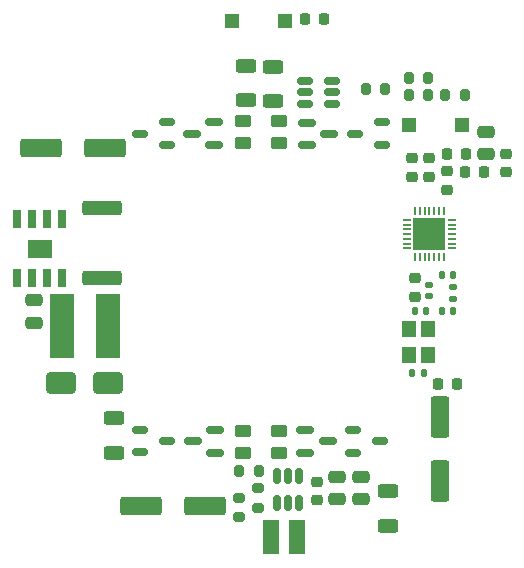
<source format=gbr>
%TF.GenerationSoftware,KiCad,Pcbnew,8.0.1*%
%TF.CreationDate,2025-09-12T21:56:14+04:00*%
%TF.ProjectId,Neopixel_project_v3.0,4e656f70-6978-4656-9c5f-70726f6a6563,v3.0*%
%TF.SameCoordinates,Original*%
%TF.FileFunction,Paste,Top*%
%TF.FilePolarity,Positive*%
%FSLAX46Y46*%
G04 Gerber Fmt 4.6, Leading zero omitted, Abs format (unit mm)*
G04 Created by KiCad (PCBNEW 8.0.1) date 2025-09-12 21:56:14*
%MOMM*%
%LPD*%
G01*
G04 APERTURE LIST*
G04 Aperture macros list*
%AMRoundRect*
0 Rectangle with rounded corners*
0 $1 Rounding radius*
0 $2 $3 $4 $5 $6 $7 $8 $9 X,Y pos of 4 corners*
0 Add a 4 corners polygon primitive as box body*
4,1,4,$2,$3,$4,$5,$6,$7,$8,$9,$2,$3,0*
0 Add four circle primitives for the rounded corners*
1,1,$1+$1,$2,$3*
1,1,$1+$1,$4,$5*
1,1,$1+$1,$6,$7*
1,1,$1+$1,$8,$9*
0 Add four rect primitives between the rounded corners*
20,1,$1+$1,$2,$3,$4,$5,0*
20,1,$1+$1,$4,$5,$6,$7,0*
20,1,$1+$1,$6,$7,$8,$9,0*
20,1,$1+$1,$8,$9,$2,$3,0*%
G04 Aperture macros list end*
%ADD10C,0.000000*%
%ADD11RoundRect,0.200000X0.200000X0.275000X-0.200000X0.275000X-0.200000X-0.275000X0.200000X-0.275000X0*%
%ADD12RoundRect,0.140000X-0.170000X0.140000X-0.170000X-0.140000X0.170000X-0.140000X0.170000X0.140000X0*%
%ADD13RoundRect,0.250000X-0.625000X0.312500X-0.625000X-0.312500X0.625000X-0.312500X0.625000X0.312500X0*%
%ADD14RoundRect,0.150000X-0.150000X0.512500X-0.150000X-0.512500X0.150000X-0.512500X0.150000X0.512500X0*%
%ADD15RoundRect,0.250000X0.550000X-1.500000X0.550000X1.500000X-0.550000X1.500000X-0.550000X-1.500000X0*%
%ADD16RoundRect,0.250000X0.625000X-0.312500X0.625000X0.312500X-0.625000X0.312500X-0.625000X-0.312500X0*%
%ADD17RoundRect,0.150000X0.587500X0.150000X-0.587500X0.150000X-0.587500X-0.150000X0.587500X-0.150000X0*%
%ADD18RoundRect,0.225000X0.250000X-0.225000X0.250000X0.225000X-0.250000X0.225000X-0.250000X-0.225000X0*%
%ADD19R,1.400000X3.000000*%
%ADD20RoundRect,0.250000X-0.450000X0.262500X-0.450000X-0.262500X0.450000X-0.262500X0.450000X0.262500X0*%
%ADD21RoundRect,0.250000X0.475000X-0.250000X0.475000X0.250000X-0.475000X0.250000X-0.475000X-0.250000X0*%
%ADD22RoundRect,0.150000X-0.512500X-0.150000X0.512500X-0.150000X0.512500X0.150000X-0.512500X0.150000X0*%
%ADD23RoundRect,0.200000X-0.200000X-0.275000X0.200000X-0.275000X0.200000X0.275000X-0.200000X0.275000X0*%
%ADD24RoundRect,0.225000X-0.225000X-0.250000X0.225000X-0.250000X0.225000X0.250000X-0.225000X0.250000X0*%
%ADD25RoundRect,0.200000X-0.275000X0.200000X-0.275000X-0.200000X0.275000X-0.200000X0.275000X0.200000X0*%
%ADD26RoundRect,0.225000X-0.250000X0.225000X-0.250000X-0.225000X0.250000X-0.225000X0.250000X0.225000X0*%
%ADD27R,1.200000X1.400000*%
%ADD28RoundRect,0.150000X-0.587500X-0.150000X0.587500X-0.150000X0.587500X0.150000X-0.587500X0.150000X0*%
%ADD29RoundRect,0.140000X0.140000X0.170000X-0.140000X0.170000X-0.140000X-0.170000X0.140000X-0.170000X0*%
%ADD30RoundRect,0.150000X0.512500X0.150000X-0.512500X0.150000X-0.512500X-0.150000X0.512500X-0.150000X0*%
%ADD31RoundRect,0.140000X-0.140000X-0.170000X0.140000X-0.170000X0.140000X0.170000X-0.140000X0.170000X0*%
%ADD32RoundRect,0.250000X1.000000X0.650000X-1.000000X0.650000X-1.000000X-0.650000X1.000000X-0.650000X0*%
%ADD33RoundRect,0.218750X-0.256250X0.218750X-0.256250X-0.218750X0.256250X-0.218750X0.256250X0.218750X0*%
%ADD34RoundRect,0.250000X-1.500000X-0.550000X1.500000X-0.550000X1.500000X0.550000X-1.500000X0.550000X0*%
%ADD35RoundRect,0.200000X0.275000X-0.200000X0.275000X0.200000X-0.275000X0.200000X-0.275000X-0.200000X0*%
%ADD36RoundRect,0.250000X0.450000X-0.262500X0.450000X0.262500X-0.450000X0.262500X-0.450000X-0.262500X0*%
%ADD37R,2.150000X5.500000*%
%ADD38RoundRect,0.250000X1.425000X-0.362500X1.425000X0.362500X-1.425000X0.362500X-1.425000X-0.362500X0*%
%ADD39R,0.762000X0.203200*%
%ADD40R,0.203200X0.762000*%
%ADD41R,2.794000X2.794000*%
%ADD42RoundRect,0.218750X0.218750X0.256250X-0.218750X0.256250X-0.218750X-0.256250X0.218750X-0.256250X0*%
%ADD43R,1.244600X1.244600*%
%ADD44RoundRect,0.250000X-0.475000X0.250000X-0.475000X-0.250000X0.475000X-0.250000X0.475000X0.250000X0*%
%ADD45RoundRect,0.147500X-0.172500X0.147500X-0.172500X-0.147500X0.172500X-0.147500X0.172500X0.147500X0*%
%ADD46R,0.802000X1.505000*%
%ADD47R,2.101200X1.567800*%
G04 APERTURE END LIST*
D10*
%TO.C,U1*%
G36*
X118000000Y-62500000D02*
G01*
X116803000Y-62500000D01*
X116803000Y-61303000D01*
X118000000Y-61303000D01*
X118000000Y-62500000D01*
G37*
G36*
X118000000Y-63897000D02*
G01*
X116803000Y-63897000D01*
X116803000Y-62700000D01*
X118000000Y-62700000D01*
X118000000Y-63897000D01*
G37*
G36*
X119397000Y-62500000D02*
G01*
X118200000Y-62500000D01*
X118200000Y-61303000D01*
X119397000Y-61303000D01*
X119397000Y-62500000D01*
G37*
G36*
X119397000Y-63897000D02*
G01*
X118200000Y-63897000D01*
X118200000Y-62700000D01*
X119397000Y-62700000D01*
X119397000Y-63897000D01*
G37*
%TD*%
D11*
%TO.C,R17*%
X103650000Y-82625000D03*
X102000000Y-82625000D03*
%TD*%
D12*
%TO.C,C5*%
X118100000Y-66890000D03*
X118100000Y-67850000D03*
%TD*%
D13*
%TO.C,R1*%
X102600000Y-48350000D03*
X102600000Y-51275000D03*
%TD*%
D14*
%TO.C,U3*%
X107050000Y-83100000D03*
X106100000Y-83100000D03*
X105150000Y-83100000D03*
X105150000Y-85375000D03*
X106100000Y-85375000D03*
X107050000Y-85375000D03*
%TD*%
D15*
%TO.C,C14*%
X118950000Y-83500000D03*
X118950000Y-78100000D03*
%TD*%
D16*
%TO.C,R5*%
X114600000Y-87275000D03*
X114600000Y-84350000D03*
%TD*%
D17*
%TO.C,Q4*%
X99975000Y-81100000D03*
X99975000Y-79200000D03*
X98100000Y-80150000D03*
%TD*%
D18*
%TO.C,C10*%
X119600000Y-58850000D03*
X119600000Y-57300000D03*
%TD*%
D19*
%TO.C,L3*%
X106900000Y-88225000D03*
X104700000Y-88225000D03*
%TD*%
D20*
%TO.C,R2*%
X102350000Y-53025000D03*
X102350000Y-54850000D03*
%TD*%
D21*
%TO.C,C15*%
X112300000Y-85025000D03*
X112300000Y-83125000D03*
%TD*%
D22*
%TO.C,Q7*%
X111650000Y-79200000D03*
X111650000Y-81100000D03*
X113925000Y-80150000D03*
%TD*%
D23*
%TO.C,R10*%
X119450000Y-50850000D03*
X121100000Y-50850000D03*
%TD*%
D24*
%TO.C,C9*%
X119600000Y-55850000D03*
X121150000Y-55850000D03*
%TD*%
D22*
%TO.C,Q8*%
X93612500Y-79150000D03*
X93612500Y-81050000D03*
X95887500Y-80100000D03*
%TD*%
D25*
%TO.C,R16*%
X103550000Y-84125000D03*
X103550000Y-85775000D03*
%TD*%
D26*
%TO.C,C13*%
X108550000Y-83575000D03*
X108550000Y-85125000D03*
%TD*%
D27*
%TO.C,Y1*%
X117950000Y-72800000D03*
X117950000Y-70600000D03*
X116350000Y-70600000D03*
X116350000Y-72800000D03*
%TD*%
D28*
%TO.C,Q2*%
X107725000Y-53200000D03*
X107725000Y-55100000D03*
X109600000Y-54150000D03*
%TD*%
D29*
%TO.C,C19*%
X120080000Y-66100000D03*
X119120000Y-66100000D03*
%TD*%
%TO.C,C18*%
X117600000Y-74350000D03*
X116640000Y-74350000D03*
%TD*%
D30*
%TO.C,Q5*%
X95850000Y-55050000D03*
X95850000Y-53150000D03*
X93575000Y-54100000D03*
%TD*%
D31*
%TO.C,C17*%
X116850000Y-69100000D03*
X117810000Y-69100000D03*
%TD*%
D32*
%TO.C,D5*%
X90875000Y-75200000D03*
X86875000Y-75200000D03*
%TD*%
D33*
%TO.C,L4*%
X116850000Y-66350000D03*
X116850000Y-67925000D03*
%TD*%
D13*
%TO.C,R7*%
X91350000Y-78175000D03*
X91350000Y-81100000D03*
%TD*%
D34*
%TO.C,C1*%
X85200000Y-55350000D03*
X90600000Y-55350000D03*
%TD*%
D22*
%TO.C,U4*%
X107575000Y-49650000D03*
X107575000Y-50600000D03*
X107575000Y-51550000D03*
X109850000Y-51550000D03*
X109850000Y-50600000D03*
X109850000Y-49650000D03*
%TD*%
D11*
%TO.C,R11*%
X118000000Y-50850000D03*
X116350000Y-50850000D03*
%TD*%
D24*
%TO.C,C4*%
X118850000Y-75325000D03*
X120400000Y-75325000D03*
%TD*%
D23*
%TO.C,R9*%
X116350000Y-49350000D03*
X118000000Y-49350000D03*
%TD*%
D24*
%TO.C,C11*%
X107600000Y-44350000D03*
X109150000Y-44350000D03*
%TD*%
D35*
%TO.C,R15*%
X102000000Y-86575000D03*
X102000000Y-84925000D03*
%TD*%
D18*
%TO.C,C7*%
X116600000Y-57750000D03*
X116600000Y-56200000D03*
%TD*%
D13*
%TO.C,R3*%
X104850000Y-48425000D03*
X104850000Y-51350000D03*
%TD*%
D36*
%TO.C,R4*%
X105350000Y-54850000D03*
X105350000Y-53025000D03*
%TD*%
D37*
%TO.C,L1*%
X90875000Y-70350000D03*
X87025000Y-70350000D03*
%TD*%
D38*
%TO.C,R22*%
X90350000Y-66350000D03*
X90350000Y-60425000D03*
%TD*%
D21*
%TO.C,C3*%
X84600000Y-70100000D03*
X84600000Y-68200000D03*
%TD*%
D36*
%TO.C,R6*%
X105350000Y-81100000D03*
X105350000Y-79275000D03*
%TD*%
D18*
%TO.C,C6*%
X118100000Y-57750000D03*
X118100000Y-56200000D03*
%TD*%
D26*
%TO.C,C12*%
X124600000Y-55800000D03*
X124600000Y-57350000D03*
%TD*%
D17*
%TO.C,Q1*%
X99850000Y-55050000D03*
X99850000Y-53150000D03*
X97975000Y-54100000D03*
%TD*%
D39*
%TO.C,U1*%
X120017700Y-63800000D03*
X120017700Y-63400001D03*
X120017700Y-62999999D03*
X120017700Y-62600000D03*
X120017700Y-62200001D03*
X120017700Y-61799999D03*
X120017700Y-61400000D03*
D40*
X119300000Y-60682300D03*
X118900001Y-60682300D03*
X118499999Y-60682300D03*
X118100000Y-60682300D03*
X117700001Y-60682300D03*
X117299999Y-60682300D03*
X116900000Y-60682300D03*
D39*
X116182300Y-61400000D03*
X116182300Y-61799999D03*
X116182300Y-62200001D03*
X116182300Y-62600000D03*
X116182300Y-62999999D03*
X116182300Y-63400001D03*
X116182300Y-63800000D03*
D40*
X116900000Y-64517700D03*
X117299999Y-64517700D03*
X117700001Y-64517700D03*
X118100000Y-64517700D03*
X118499999Y-64517700D03*
X118900001Y-64517700D03*
X119300000Y-64517700D03*
D41*
X118100000Y-62600000D03*
%TD*%
D28*
%TO.C,Q3*%
X107600000Y-79200000D03*
X107600000Y-81100000D03*
X109475000Y-80150000D03*
%TD*%
D42*
%TO.C,L2*%
X122675000Y-57350000D03*
X121100000Y-57350000D03*
%TD*%
D43*
%TO.C,SW2*%
X101379600Y-44600000D03*
X105850000Y-44600000D03*
%TD*%
D21*
%TO.C,C16*%
X110300000Y-85025000D03*
X110300000Y-83125000D03*
%TD*%
D30*
%TO.C,Q6*%
X114100000Y-55050000D03*
X114100000Y-53150000D03*
X111825000Y-54100000D03*
%TD*%
D44*
%TO.C,C8*%
X122850000Y-53950000D03*
X122850000Y-55850000D03*
%TD*%
D29*
%TO.C,C20*%
X120100000Y-69100000D03*
X119140000Y-69100000D03*
%TD*%
D45*
%TO.C,L5*%
X120100000Y-67100000D03*
X120100000Y-68070000D03*
%TD*%
D11*
%TO.C,R12*%
X114350000Y-50350000D03*
X112700000Y-50350000D03*
%TD*%
D43*
%TO.C,SW1*%
X116350000Y-53350000D03*
X120820400Y-53350000D03*
%TD*%
D20*
%TO.C,R8*%
X102350000Y-79275000D03*
X102350000Y-81100000D03*
%TD*%
D46*
%TO.C,U2*%
X87005000Y-61352500D03*
X85735000Y-61352500D03*
X84465000Y-61352500D03*
X83195000Y-61352500D03*
X83195000Y-66347500D03*
X84465000Y-66347500D03*
X85735000Y-66347500D03*
X87005000Y-66347500D03*
D47*
X85100000Y-63850000D03*
%TD*%
D34*
%TO.C,C2*%
X93700000Y-85600000D03*
X99100000Y-85600000D03*
%TD*%
M02*

</source>
